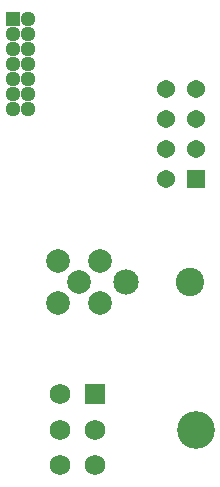
<source format=gbs>
G75*
G70*
%OFA0B0*%
%FSLAX24Y24*%
%IPPOS*%
%LPD*%
%AMOC8*
5,1,8,0,0,1.08239X$1,22.5*
%
%ADD10C,0.0946*%
%ADD11R,0.0605X0.0605*%
%ADD12C,0.0605*%
%ADD13R,0.0682X0.0682*%
%ADD14C,0.0682*%
%ADD15C,0.1261*%
%ADD16C,0.0789*%
%ADD17C,0.0848*%
%ADD18R,0.0510X0.0510*%
%ADD19C,0.0510*%
D10*
X007298Y010024D03*
D11*
X007502Y013445D03*
D12*
X007502Y014445D03*
X007502Y015445D03*
X007502Y016445D03*
X006502Y016445D03*
X006502Y015445D03*
X006502Y014445D03*
X006502Y013445D03*
D13*
X004140Y006284D03*
D14*
X002959Y003922D03*
X002959Y005103D03*
X002959Y006284D03*
X004140Y005103D03*
X004140Y003922D03*
D15*
X007498Y005103D03*
D16*
X004297Y009328D03*
X003601Y010024D03*
X002905Y010720D03*
X002905Y009328D03*
X004297Y010720D03*
D17*
X005176Y010024D03*
D18*
X001394Y018807D03*
D19*
X001394Y018307D03*
X001394Y017807D03*
X001394Y017307D03*
X001394Y016807D03*
X001394Y016307D03*
X001394Y015807D03*
X001894Y015807D03*
X001894Y016307D03*
X001894Y016807D03*
X001894Y017307D03*
X001894Y017807D03*
X001894Y018307D03*
X001894Y018807D03*
M02*

</source>
